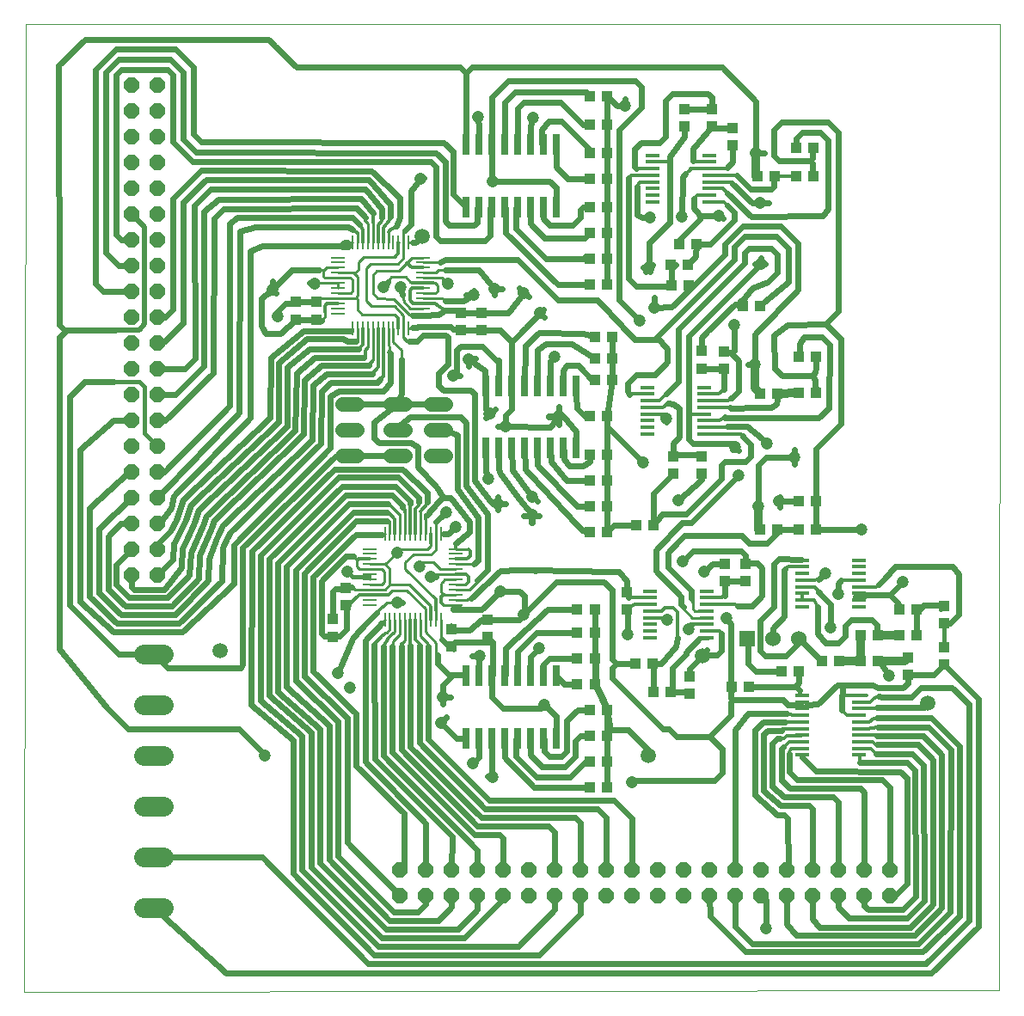
<source format=gtl>
G75*
%MOIN*%
%OFA0B0*%
%FSLAX24Y24*%
%IPPOS*%
%LPD*%
%AMOC8*
5,1,8,0,0,1.08239X$1,22.5*
%
%ADD10C,0.0000*%
%ADD11R,0.0580X0.0110*%
%ADD12R,0.0110X0.0580*%
%ADD13R,0.0580X0.0140*%
%ADD14R,0.0394X0.0433*%
%ADD15C,0.0560*%
%ADD16R,0.0433X0.0394*%
%ADD17R,0.0600X0.0600*%
%ADD18C,0.0600*%
%ADD19OC8,0.0600*%
%ADD20R,0.0260X0.0800*%
%ADD21C,0.0780*%
%ADD22C,0.0320*%
%ADD23C,0.0475*%
%ADD24C,0.0120*%
%ADD25C,0.0240*%
%ADD26C,0.0110*%
%ADD27C,0.0100*%
%ADD28C,0.0200*%
%ADD29C,0.0591*%
%ADD30C,0.0160*%
D10*
X000150Y000220D02*
X000200Y037756D01*
X037960Y037756D01*
X037940Y000270D01*
X000150Y000220D01*
D11*
X013550Y015230D03*
X013550Y015420D03*
X013550Y015620D03*
X013550Y015820D03*
X013550Y016010D03*
X013550Y016210D03*
X013550Y016410D03*
X013550Y016610D03*
X013550Y016800D03*
X013550Y017000D03*
X013550Y017200D03*
X013550Y017390D03*
X016870Y017390D03*
X016870Y017200D03*
X016870Y017000D03*
X016870Y016800D03*
X016870Y016610D03*
X016870Y016410D03*
X016870Y016210D03*
X016870Y016010D03*
X016870Y015820D03*
X016870Y015620D03*
X016870Y015420D03*
X016870Y015230D03*
X015620Y026530D03*
X015620Y026720D03*
X015620Y026920D03*
X015620Y027120D03*
X015620Y027310D03*
X015620Y027510D03*
X015620Y027710D03*
X015620Y027910D03*
X015620Y028100D03*
X015620Y028300D03*
X015620Y028500D03*
X015620Y028690D03*
X012300Y028690D03*
X012300Y028500D03*
X012300Y028300D03*
X012300Y028100D03*
X012300Y027910D03*
X012300Y027710D03*
X012300Y027510D03*
X012300Y027310D03*
X012300Y027120D03*
X012300Y026920D03*
X012300Y026720D03*
X012300Y026530D03*
D12*
X012880Y025950D03*
X013070Y025950D03*
X013270Y025950D03*
X013470Y025950D03*
X013660Y025950D03*
X013860Y025950D03*
X014060Y025950D03*
X014260Y025950D03*
X014450Y025950D03*
X014650Y025950D03*
X014850Y025950D03*
X015040Y025950D03*
X015040Y029270D03*
X014850Y029270D03*
X014650Y029270D03*
X014450Y029270D03*
X014260Y029270D03*
X014060Y029270D03*
X013860Y029270D03*
X013660Y029270D03*
X013470Y029270D03*
X013270Y029270D03*
X013070Y029270D03*
X012880Y029270D03*
X014130Y017970D03*
X014320Y017970D03*
X014520Y017970D03*
X014720Y017970D03*
X014910Y017970D03*
X015110Y017970D03*
X015310Y017970D03*
X015510Y017970D03*
X015700Y017970D03*
X015900Y017970D03*
X016100Y017970D03*
X016290Y017970D03*
X016290Y014650D03*
X016100Y014650D03*
X015900Y014650D03*
X015700Y014650D03*
X015510Y014650D03*
X015310Y014650D03*
X015110Y014650D03*
X014910Y014650D03*
X014720Y014650D03*
X014520Y014650D03*
X014320Y014650D03*
X014130Y014650D03*
D13*
X024400Y014730D03*
X024400Y014480D03*
X024400Y014220D03*
X024400Y013960D03*
X024400Y014990D03*
X024400Y015240D03*
X024400Y015500D03*
X024400Y015760D03*
X026620Y015760D03*
X026620Y015500D03*
X026620Y015240D03*
X026620Y014990D03*
X026620Y014730D03*
X026620Y014480D03*
X026620Y014220D03*
X026620Y013960D03*
X030300Y015160D03*
X030300Y015420D03*
X030300Y015680D03*
X030300Y015930D03*
X030300Y016190D03*
X030300Y016440D03*
X030300Y016700D03*
X030300Y016960D03*
X032520Y016960D03*
X032520Y016700D03*
X032520Y016440D03*
X032520Y016190D03*
X032520Y015930D03*
X032520Y015680D03*
X032520Y015420D03*
X032520Y015160D03*
X032520Y011710D03*
X032520Y011460D03*
X032520Y011200D03*
X032520Y010940D03*
X032520Y010690D03*
X032520Y010430D03*
X032520Y010180D03*
X032520Y009920D03*
X032520Y009660D03*
X032520Y009410D03*
X030300Y009410D03*
X030300Y009660D03*
X030300Y009920D03*
X030300Y010180D03*
X030300Y010430D03*
X030300Y010690D03*
X030300Y010940D03*
X030300Y011200D03*
X030300Y011460D03*
X030300Y011710D03*
X026520Y021860D03*
X026520Y022120D03*
X026520Y022380D03*
X026520Y022630D03*
X026520Y022890D03*
X026520Y023140D03*
X026520Y023400D03*
X026520Y023660D03*
X024300Y023660D03*
X024300Y023400D03*
X024300Y023140D03*
X024300Y022890D03*
X024300Y022630D03*
X024300Y022380D03*
X024300Y022120D03*
X024300Y021860D03*
X024500Y030860D03*
X024500Y031120D03*
X024500Y031380D03*
X024500Y031630D03*
X024500Y031890D03*
X024500Y032140D03*
X024500Y032400D03*
X024500Y032660D03*
X026720Y032660D03*
X026720Y032400D03*
X026720Y032140D03*
X026720Y031890D03*
X026720Y031630D03*
X026720Y031380D03*
X026720Y031120D03*
X026720Y030860D03*
D14*
X027620Y033055D03*
X027620Y033725D03*
X026800Y033765D03*
X026800Y034435D03*
X025730Y034445D03*
X025730Y033775D03*
X017860Y026545D03*
X017860Y025875D03*
X017060Y025875D03*
X017060Y026545D03*
X011460Y026295D03*
X011460Y026965D03*
X010660Y026965D03*
X010660Y026295D03*
X012600Y015875D03*
X012600Y015205D03*
X012120Y014665D03*
X012120Y013995D03*
X016710Y014295D03*
X016710Y013625D03*
X018110Y013965D03*
X018110Y014635D03*
X023510Y015045D03*
X023510Y015715D03*
X025940Y012435D03*
X025940Y011765D03*
X027300Y016155D03*
X027300Y016825D03*
X028110Y016825D03*
X028110Y016155D03*
X026410Y020325D03*
X026410Y020995D03*
X025310Y020995D03*
X025310Y020325D03*
X026400Y024395D03*
X026400Y025065D03*
X027270Y025035D03*
X027270Y024365D03*
X035810Y015195D03*
X035810Y014525D03*
X035810Y013595D03*
X035810Y012925D03*
X034410Y013195D03*
X034410Y012525D03*
D15*
X016460Y021010D02*
X015900Y021010D01*
X015900Y022010D02*
X016460Y022010D01*
X016460Y023010D02*
X015900Y023010D01*
X014900Y023010D02*
X014340Y023010D01*
X014340Y022010D02*
X014900Y022010D01*
X014900Y021010D02*
X014340Y021010D01*
X013040Y021010D02*
X012480Y021010D01*
X012480Y022010D02*
X013040Y022010D01*
X013040Y023010D02*
X012480Y023010D01*
D16*
X021585Y015040D03*
X022255Y015040D03*
X022255Y014160D03*
X021585Y014160D03*
X021585Y013160D03*
X022255Y013160D03*
X022255Y012160D03*
X021585Y012160D03*
X022075Y011160D03*
X022745Y011160D03*
X022745Y010160D03*
X022075Y010160D03*
X022075Y009160D03*
X022745Y009160D03*
X022745Y008160D03*
X022075Y008160D03*
X024525Y011840D03*
X025195Y011840D03*
X024505Y012940D03*
X023835Y012940D03*
X027575Y012060D03*
X028245Y012060D03*
X029515Y012650D03*
X030185Y012650D03*
X031075Y013060D03*
X031745Y013060D03*
X032575Y013060D03*
X033245Y013060D03*
X033245Y014060D03*
X032575Y014060D03*
X034075Y014060D03*
X034745Y014060D03*
X034745Y015060D03*
X034075Y015060D03*
X030845Y018160D03*
X030175Y018160D03*
X029345Y018160D03*
X028675Y018160D03*
X030175Y019260D03*
X030845Y019260D03*
X030835Y023440D03*
X030165Y023440D03*
X029345Y023430D03*
X028675Y023430D03*
X030165Y024860D03*
X030835Y024860D03*
X028675Y026810D03*
X028005Y026810D03*
X025895Y027600D03*
X025225Y027600D03*
X025215Y028410D03*
X025885Y028410D03*
X026195Y029210D03*
X025525Y029210D03*
X022745Y029660D03*
X022075Y029660D03*
X022075Y030660D03*
X022745Y030660D03*
X022745Y031760D03*
X022075Y031760D03*
X022075Y032760D03*
X022745Y032760D03*
X022745Y033860D03*
X022075Y033860D03*
X022075Y034960D03*
X022745Y034960D03*
X028575Y031860D03*
X029245Y031860D03*
X030075Y031860D03*
X030745Y031860D03*
X030745Y032960D03*
X030075Y032960D03*
X022745Y028660D03*
X022075Y028660D03*
X022075Y027660D03*
X022745Y027660D03*
X022925Y025620D03*
X022255Y025620D03*
X022255Y024780D03*
X022925Y024780D03*
X022945Y023960D03*
X022275Y023960D03*
X022055Y022540D03*
X022725Y022540D03*
X022745Y021060D03*
X022075Y021060D03*
X022075Y020060D03*
X022745Y020060D03*
X022745Y019060D03*
X022075Y019060D03*
X022075Y018060D03*
X022745Y018060D03*
X023865Y018310D03*
X024535Y018310D03*
D17*
X028170Y013900D03*
D18*
X029170Y013900D03*
X030170Y013900D03*
D19*
X029710Y004960D03*
X028710Y004960D03*
X028710Y003960D03*
X029710Y003960D03*
X030710Y003960D03*
X031710Y003960D03*
X031710Y004960D03*
X030710Y004960D03*
X032710Y004960D03*
X032710Y003960D03*
X033710Y003960D03*
X033710Y004960D03*
X027710Y004960D03*
X027710Y003960D03*
X026710Y003960D03*
X025710Y003960D03*
X025710Y004960D03*
X026710Y004960D03*
X024710Y004960D03*
X024710Y003960D03*
X023710Y003960D03*
X022710Y003960D03*
X022710Y004960D03*
X023710Y004960D03*
X021710Y004960D03*
X020710Y004960D03*
X020710Y003960D03*
X021710Y003960D03*
X019710Y003960D03*
X019710Y004960D03*
X018710Y004960D03*
X017710Y004960D03*
X017710Y003960D03*
X018710Y003960D03*
X016710Y003960D03*
X015710Y003960D03*
X015710Y004960D03*
X016710Y004960D03*
X014710Y004960D03*
X014710Y003960D03*
X005310Y016380D03*
X005310Y017380D03*
X004310Y017380D03*
X004310Y016380D03*
X004310Y018380D03*
X005310Y018380D03*
X005310Y019380D03*
X005310Y020380D03*
X004310Y020380D03*
X004310Y019380D03*
X004310Y021380D03*
X004310Y022380D03*
X005310Y022380D03*
X005310Y021380D03*
X005310Y023380D03*
X004310Y023380D03*
X004310Y024380D03*
X004310Y025380D03*
X005310Y025380D03*
X005310Y024380D03*
X005310Y026380D03*
X004310Y026380D03*
X004310Y027380D03*
X004310Y028380D03*
X005310Y028380D03*
X005310Y027380D03*
X005310Y029380D03*
X004310Y029380D03*
X004310Y030380D03*
X004310Y031380D03*
X005310Y031380D03*
X005310Y030380D03*
X005310Y032380D03*
X005310Y033380D03*
X004310Y033380D03*
X004310Y032380D03*
X004310Y034380D03*
X005310Y034380D03*
X005310Y035380D03*
X004310Y035380D03*
D20*
X017260Y033070D03*
X017760Y033070D03*
X018260Y033070D03*
X018760Y033070D03*
X019260Y033070D03*
X019760Y033070D03*
X020260Y033070D03*
X020760Y033070D03*
X020760Y030650D03*
X020260Y030650D03*
X019760Y030650D03*
X019260Y030650D03*
X018760Y030650D03*
X018260Y030650D03*
X017760Y030650D03*
X017260Y030650D03*
X018050Y023730D03*
X018550Y023730D03*
X019050Y023730D03*
X019550Y023730D03*
X020050Y023730D03*
X020550Y023730D03*
X021050Y023730D03*
X021550Y023730D03*
X021550Y021310D03*
X021050Y021310D03*
X020550Y021310D03*
X020050Y021310D03*
X019550Y021310D03*
X019050Y021310D03*
X018550Y021310D03*
X018050Y021310D03*
X018260Y012470D03*
X017760Y012470D03*
X017260Y012470D03*
X018760Y012470D03*
X019260Y012470D03*
X019760Y012470D03*
X020260Y012470D03*
X020760Y012470D03*
X020760Y010050D03*
X020260Y010050D03*
X019760Y010050D03*
X019260Y010050D03*
X018760Y010050D03*
X018260Y010050D03*
X017760Y010050D03*
X017260Y010050D03*
D21*
X005550Y009390D02*
X004770Y009390D01*
X004770Y011360D02*
X005550Y011360D01*
X005550Y013330D02*
X004770Y013330D01*
X004770Y007410D02*
X005550Y007410D01*
X005550Y005440D02*
X004770Y005440D01*
X004770Y003470D02*
X005550Y003470D01*
D22*
X028610Y018160D02*
X028610Y019060D01*
X028610Y018160D02*
X028675Y018160D01*
X032575Y014060D02*
X032575Y013060D01*
X031745Y013060D01*
X033245Y013060D02*
X034275Y013060D01*
X034410Y013195D01*
X034075Y014060D02*
X033245Y014060D01*
X030165Y023440D02*
X029345Y023430D01*
X028675Y023430D02*
X028480Y023640D01*
X028470Y024540D01*
X028510Y031860D02*
X028510Y032760D01*
X028510Y031860D02*
X028575Y031860D01*
D23*
X028670Y030800D03*
X027080Y030310D03*
X025650Y030270D03*
X024410Y030260D03*
X024380Y028310D03*
X024570Y026760D03*
X024010Y026260D03*
X020700Y024840D03*
X020150Y026540D03*
X019510Y027310D03*
X018360Y027480D03*
X017580Y027250D03*
X016560Y027680D03*
X014730Y027550D03*
X014070Y027550D03*
X011420Y027680D03*
X009960Y026410D03*
X009760Y027450D03*
X015510Y031760D03*
X017730Y034140D03*
X019870Y034110D03*
X018310Y031660D03*
X023440Y034570D03*
X028510Y032760D03*
X028690Y028460D03*
X027680Y026070D03*
X028470Y024540D03*
X028930Y021490D03*
X030010Y020960D03*
X029410Y019260D03*
X028610Y019060D03*
X027850Y020240D03*
X027710Y021360D03*
X025510Y019280D03*
X024140Y020740D03*
X025040Y022450D03*
X020870Y022540D03*
X018810Y022150D03*
X018190Y022660D03*
X016760Y024100D03*
X017360Y024760D03*
X018140Y020120D03*
X018490Y019160D03*
X019830Y019420D03*
X019830Y018700D03*
X016870Y018240D03*
X016510Y018820D03*
X015460Y016710D03*
X015910Y016330D03*
X014610Y017260D03*
X014590Y015300D03*
X012660Y016520D03*
X012290Y012580D03*
X012770Y012000D03*
X016370Y011640D03*
X016310Y010660D03*
X017550Y009080D03*
X018310Y008560D03*
X020310Y011360D03*
X020120Y013560D03*
X019510Y014860D03*
X018610Y015750D03*
X017810Y013260D03*
X023550Y014080D03*
X025060Y014660D03*
X025910Y014280D03*
X027370Y014710D03*
X026510Y016500D03*
X025670Y016930D03*
X031210Y016460D03*
X031710Y015660D03*
X031410Y014360D03*
X033660Y012480D03*
X034220Y016120D03*
X032590Y018150D03*
X023710Y008360D03*
X028900Y002670D03*
X009480Y009390D03*
D24*
X013710Y013670D02*
X014030Y014040D01*
X014270Y013950D02*
X014060Y013620D01*
X014410Y013610D02*
X014450Y013650D01*
X014760Y013610D02*
X014760Y013710D01*
X015110Y013650D02*
X015110Y014650D01*
X015310Y014650D02*
X015310Y013870D01*
X015460Y013720D01*
X015460Y013660D01*
X015900Y014650D02*
X015900Y015120D01*
X016110Y015020D02*
X016110Y015440D01*
X016320Y015540D02*
X016390Y015610D01*
X016320Y015540D02*
X016320Y015300D01*
X016400Y015230D01*
X016760Y015120D02*
X016810Y015160D01*
X016710Y014460D02*
X016710Y014295D01*
X017350Y015420D02*
X017470Y015470D01*
X017450Y015820D02*
X017710Y016080D01*
X017710Y016170D01*
X017360Y016120D02*
X017360Y016310D01*
X017260Y016410D01*
X016870Y016410D01*
X017360Y016320D02*
X017360Y016310D01*
X017360Y016120D02*
X017260Y016020D01*
X017320Y017000D02*
X016870Y017000D01*
X016860Y017400D02*
X016860Y017610D01*
X017360Y017390D02*
X017430Y017320D01*
X017430Y017110D01*
X017320Y017000D01*
X015900Y017600D02*
X015900Y017970D01*
X015710Y018550D02*
X015720Y018720D01*
X015780Y018750D01*
X015830Y018780D01*
X015510Y018840D02*
X015760Y019150D01*
X015760Y019230D01*
X015440Y019210D02*
X015440Y019090D01*
X015310Y018940D01*
X015310Y017970D01*
X015110Y017970D02*
X015110Y019150D01*
X014910Y018910D02*
X014910Y018810D01*
X014910Y018910D02*
X014790Y019030D01*
X014710Y018710D02*
X014350Y019070D01*
X014250Y019150D01*
X014270Y018810D02*
X014220Y018810D01*
X014270Y018810D02*
X014520Y018560D01*
X014520Y017970D01*
X014020Y017970D02*
X014010Y017960D01*
X014200Y018470D02*
X014320Y018450D01*
X013550Y017000D02*
X013120Y017000D01*
X012840Y015910D02*
X012980Y015820D01*
X013130Y015620D02*
X012710Y015220D01*
X013130Y015620D02*
X013550Y015620D01*
X014250Y015620D01*
X014050Y015160D02*
X013790Y014900D01*
X014450Y014100D02*
X014270Y013950D01*
X015470Y016660D02*
X015460Y016670D01*
X015460Y016710D01*
X015460Y016720D01*
X015440Y016740D01*
X015440Y016750D01*
X018055Y014660D02*
X018110Y014635D01*
X018260Y012470D02*
X018310Y012420D01*
X018710Y012520D02*
X018760Y012470D01*
X019810Y010260D02*
X019810Y010100D01*
X019760Y010050D01*
X019710Y010160D02*
X019810Y010260D01*
X020260Y010050D02*
X020310Y010000D01*
X019260Y010050D02*
X019210Y010000D01*
X018760Y010050D02*
X018710Y010000D01*
X021910Y008160D02*
X022075Y008160D01*
X025940Y011765D02*
X025940Y011770D01*
X026010Y011840D01*
X026320Y013910D02*
X026660Y013920D01*
X026620Y013960D01*
X026620Y014220D02*
X027090Y014220D01*
X027180Y014130D01*
X026620Y014480D02*
X026050Y014480D01*
X026000Y014460D01*
X026300Y014990D02*
X026620Y014990D01*
X026620Y015240D02*
X027710Y015240D01*
X027790Y015180D01*
X027220Y015500D02*
X027220Y015550D01*
X027300Y015630D01*
X027220Y015500D02*
X026620Y015500D01*
X026060Y015450D02*
X025990Y015520D01*
X026060Y015450D02*
X026060Y015300D01*
X025470Y014940D02*
X025470Y013950D01*
X025090Y014720D02*
X025030Y014700D01*
X025090Y014720D02*
X024400Y014730D01*
X024400Y014990D02*
X024870Y014990D01*
X024980Y015100D01*
X025310Y015100D01*
X025470Y014940D01*
X024400Y015240D02*
X023805Y015240D01*
X023510Y015045D01*
X023570Y015500D02*
X024400Y015500D01*
X021595Y014170D02*
X021585Y014160D01*
X022010Y021060D02*
X022075Y021060D01*
X021070Y021220D02*
X021050Y021310D01*
X021990Y022560D02*
X022055Y022540D01*
X022190Y023965D02*
X022275Y023960D01*
X023610Y023390D02*
X023730Y023400D01*
X023680Y023400D01*
X023730Y023400D02*
X024300Y023400D01*
X024300Y023140D02*
X024760Y023140D01*
X025050Y023430D01*
X025090Y023040D02*
X024900Y022890D01*
X024300Y022890D01*
X024300Y022630D02*
X024850Y022630D01*
X025020Y022510D01*
X025910Y022510D02*
X026030Y022630D01*
X026040Y022630D01*
X025910Y022760D01*
X026040Y022630D02*
X026520Y022630D01*
X026520Y022380D02*
X027110Y022390D01*
X027310Y022500D01*
X027400Y022160D02*
X027360Y022110D01*
X027180Y022120D01*
X026520Y022120D01*
X026520Y021860D02*
X027930Y021860D01*
X028020Y021770D01*
X027710Y022860D02*
X027680Y022890D01*
X026520Y022890D01*
X026520Y023140D02*
X027430Y023140D01*
X027540Y023250D01*
X027260Y023580D02*
X027080Y023400D01*
X026520Y023400D01*
X028510Y024060D02*
X028470Y024540D01*
X029345Y023430D02*
X029340Y023185D01*
X025360Y021045D02*
X025310Y020995D01*
X028606Y018229D02*
X028675Y018160D01*
X029345Y018160D02*
X029345Y017995D01*
X030280Y016990D02*
X030300Y016960D01*
X030300Y016700D02*
X029760Y016700D01*
X029640Y016610D01*
X030300Y016190D02*
X030740Y016190D01*
X030950Y016200D01*
X030820Y015930D02*
X030300Y015930D01*
X030300Y015680D02*
X030300Y015420D01*
X030780Y015410D01*
X030900Y015160D01*
X030970Y015710D02*
X030820Y015930D01*
X031810Y016190D02*
X032520Y016190D01*
X032520Y015930D02*
X033170Y015930D01*
X033270Y016000D01*
X032710Y015560D02*
X032670Y015600D01*
X032520Y015680D02*
X032520Y015420D01*
X035810Y014525D02*
X035975Y014525D01*
X033260Y011670D02*
X033090Y011620D01*
X032930Y011460D01*
X032520Y011460D01*
X032520Y011710D02*
X031930Y011710D01*
X031860Y011740D01*
X031850Y011720D02*
X032040Y011720D01*
X032520Y011710D01*
X032810Y011710D01*
X033080Y011200D02*
X032520Y011200D01*
X032510Y010950D02*
X032030Y010950D01*
X031850Y011140D01*
X032510Y010950D02*
X032520Y010940D01*
X032520Y010690D02*
X032920Y010690D01*
X033070Y010820D01*
X033210Y010840D01*
X033230Y010480D02*
X033000Y010440D01*
X032830Y010430D01*
X032520Y010430D01*
X032520Y010180D02*
X033170Y010180D01*
X033210Y010140D01*
X033030Y009920D02*
X033130Y009820D01*
X033190Y009820D01*
X033210Y009800D01*
X033030Y009920D02*
X032520Y009920D01*
X032520Y009660D02*
X032970Y009660D01*
X033170Y009460D01*
X032540Y009330D02*
X032550Y009120D01*
X032540Y009330D02*
X032520Y009410D01*
X033080Y011200D02*
X033220Y011250D01*
X030310Y011460D02*
X030300Y011460D01*
X030210Y011460D01*
X030170Y011360D01*
X030300Y011450D02*
X030300Y011200D01*
X030300Y011450D02*
X030310Y011460D01*
X030300Y011710D02*
X030200Y011810D01*
X030200Y011920D01*
X029720Y011030D02*
X029930Y010940D01*
X030300Y010940D01*
X030300Y010690D02*
X029650Y010690D01*
X029550Y010430D02*
X029510Y010360D01*
X029550Y010430D02*
X030300Y010430D01*
X030300Y010180D02*
X030280Y010160D01*
X029720Y010160D01*
X029600Y010040D01*
X029450Y010040D01*
X029560Y009730D02*
X029610Y009730D01*
X029810Y009910D01*
X030290Y009910D01*
X030300Y009920D01*
X030300Y009660D02*
X029870Y009660D01*
X029810Y009500D01*
X029810Y009460D01*
X030300Y009410D02*
X030310Y009400D01*
X030300Y009330D01*
X020550Y023730D02*
X020510Y023980D01*
X017060Y026545D02*
X016955Y026670D01*
X016430Y026650D02*
X016080Y026920D01*
X015620Y026920D01*
X015210Y026920D01*
X015100Y027040D01*
X015100Y027430D01*
X015180Y027510D01*
X015620Y027510D01*
X015620Y027710D02*
X015170Y027710D01*
X015620Y027710D02*
X016010Y027710D01*
X015620Y028300D02*
X015170Y028300D01*
X014975Y028495D01*
X014650Y028840D02*
X014550Y028740D01*
X014650Y028840D02*
X014650Y029270D01*
X014260Y029690D02*
X014350Y029780D01*
X014510Y029860D01*
X014560Y029910D01*
X014310Y030150D02*
X014350Y030280D01*
X014310Y030150D02*
X014060Y029860D01*
X014060Y029270D01*
X013860Y029270D02*
X013860Y029940D01*
X014010Y030110D01*
X014010Y030410D01*
X014020Y030240D01*
X013680Y030410D02*
X013660Y030430D01*
X013680Y030410D02*
X013680Y030040D01*
X013370Y030130D02*
X013370Y030240D01*
X013140Y029980D02*
X013270Y029770D01*
X013270Y029270D01*
X013070Y029630D02*
X013060Y029660D01*
X012860Y029780D01*
X012720Y029110D02*
X012710Y029110D01*
X011570Y027110D02*
X011470Y027080D01*
X011460Y026965D02*
X011485Y026920D01*
X011810Y026830D02*
X011880Y026920D01*
X012300Y026920D01*
X011810Y026830D02*
X011810Y026570D01*
X011560Y026310D02*
X011525Y026275D01*
X011460Y026295D01*
X010625Y026910D02*
X010460Y026910D01*
X012770Y025850D02*
X012810Y025860D01*
X013010Y025460D02*
X013070Y025470D01*
X013270Y025320D02*
X013090Y025140D01*
X013270Y025320D02*
X013270Y025950D01*
X013860Y025950D02*
X013860Y024460D01*
X013630Y024170D01*
X013510Y024500D02*
X013660Y024710D01*
X013360Y024860D02*
X013360Y025090D01*
X013460Y025200D01*
X013360Y024860D02*
X013310Y024820D01*
X014060Y024090D02*
X013950Y023980D01*
X014060Y024090D02*
X014060Y025950D01*
X014650Y025950D02*
X014650Y026340D01*
X014860Y025590D02*
X014860Y025570D01*
X014970Y025460D01*
X015060Y025460D01*
X014300Y025070D02*
X014260Y025030D01*
X014330Y024980D01*
X017710Y030600D02*
X017760Y030650D01*
X018760Y030650D02*
X018810Y030600D01*
X020760Y030650D02*
X020810Y030700D01*
X021910Y030660D02*
X022075Y030660D01*
X023580Y031790D02*
X023680Y031890D01*
X024500Y031890D01*
X024500Y032140D02*
X023880Y032140D01*
X023860Y032160D01*
X024010Y031630D02*
X023920Y031450D01*
X024010Y031630D02*
X024500Y031630D01*
X024500Y032400D02*
X024970Y032400D01*
X025110Y032410D01*
X025160Y032630D01*
X025780Y031950D02*
X025970Y032090D01*
X025970Y032140D01*
X026720Y032140D01*
X027360Y032140D01*
X027400Y032180D01*
X027570Y031880D02*
X027770Y031880D01*
X027570Y031880D02*
X026720Y031890D01*
X026720Y031630D02*
X027540Y031630D01*
X027556Y031628D01*
X027570Y031623D01*
X027584Y031615D01*
X027595Y031604D01*
X027603Y031590D01*
X027608Y031576D01*
X027610Y031560D01*
X027230Y031380D02*
X026720Y031380D01*
X026530Y031380D01*
X026720Y031120D02*
X026250Y031120D01*
X026110Y030980D01*
X026720Y030860D02*
X027270Y030860D01*
X027400Y030730D01*
X027420Y031180D02*
X027230Y031380D01*
X026720Y032400D02*
X026120Y032400D01*
X026070Y032450D01*
X028510Y032060D02*
X028510Y031860D01*
X029245Y031860D02*
X030075Y031860D01*
X030710Y032925D02*
X030745Y032960D01*
X022075Y032760D02*
X022010Y032660D01*
X022010Y032860D01*
X020310Y033120D02*
X020260Y033070D01*
X017770Y033160D02*
X017760Y033070D01*
X021975Y028760D02*
X022075Y028660D01*
X005410Y017380D02*
X005310Y017380D01*
D25*
X005310Y017580D01*
X005810Y018080D01*
X006030Y018530D01*
X006310Y019310D01*
X009670Y022480D01*
X009690Y024830D01*
X010960Y025860D01*
X012810Y025860D01*
X012660Y025460D02*
X012490Y025540D01*
X011110Y025540D01*
X010010Y024620D01*
X009990Y022310D01*
X006610Y019130D01*
X006390Y018510D01*
X005970Y017640D01*
X005930Y017620D01*
X005910Y016980D01*
X005310Y016380D01*
X005560Y015830D02*
X004410Y015830D01*
X004310Y015930D01*
X004310Y016380D01*
X003710Y016030D02*
X003710Y016780D01*
X004310Y017380D01*
X004310Y018380D02*
X003860Y018380D01*
X003390Y017870D01*
X003390Y015820D01*
X004060Y015170D01*
X005860Y015170D01*
X006890Y016260D01*
X006950Y017140D01*
X007390Y018200D01*
X007490Y018500D01*
X010970Y021840D01*
X011010Y023960D01*
X011660Y024500D01*
X013510Y024500D01*
X013630Y024170D02*
X011880Y024170D01*
X011330Y023760D01*
X011290Y021630D01*
X007850Y018330D01*
X007610Y017800D01*
X007310Y017020D01*
X007270Y016170D01*
X006010Y014850D01*
X003910Y014850D01*
X003030Y015690D01*
X003030Y018180D01*
X004310Y019380D01*
X004310Y020380D02*
X004210Y020380D01*
X002670Y018980D01*
X002670Y015550D01*
X003750Y014510D01*
X006130Y014510D01*
X007810Y016160D01*
X007850Y017440D01*
X007990Y017800D01*
X008130Y018050D01*
X011630Y021470D01*
X011670Y023510D01*
X012030Y023850D01*
X013830Y023850D01*
X013830Y023860D01*
X013950Y023980D01*
X014330Y023860D02*
X014330Y024980D01*
X014760Y024760D02*
X014760Y023410D01*
X014620Y023010D01*
X013710Y022330D01*
X013710Y021690D01*
X013910Y021510D01*
X015130Y021510D01*
X015400Y021340D01*
X015400Y020760D01*
X015410Y020590D01*
X016130Y019770D01*
X016370Y019410D01*
X016350Y019380D01*
X016660Y019390D01*
X017410Y018460D01*
X017410Y018040D01*
X016860Y017610D01*
X016560Y017990D02*
X016870Y018240D01*
X016940Y018270D01*
X016560Y017990D02*
X016420Y017990D01*
X016100Y018440D02*
X016470Y018800D01*
X016310Y018660D01*
X016350Y018660D01*
X016510Y018820D01*
X016480Y018820D01*
X016420Y018760D01*
X015850Y018800D02*
X015830Y018780D01*
X015780Y018730D01*
X015850Y018800D02*
X016350Y019380D01*
X015760Y019230D02*
X015760Y019570D01*
X014820Y020490D01*
X012170Y020490D01*
X008970Y017330D01*
X008950Y011360D01*
X010560Y009970D01*
X010560Y004810D01*
X013710Y001660D01*
X020110Y001660D01*
X021710Y003260D01*
X021710Y003960D01*
X020710Y003960D02*
X020710Y003410D01*
X019310Y001990D01*
X013860Y001990D01*
X010910Y004940D01*
X010910Y010140D01*
X009300Y011510D01*
X009300Y017160D01*
X012330Y020170D01*
X014640Y020170D01*
X015440Y019390D01*
X015440Y019210D01*
X015110Y019250D02*
X014530Y019830D01*
X012460Y019830D01*
X009640Y017010D01*
X009640Y011710D01*
X011260Y010270D01*
X011260Y005060D01*
X014010Y002310D01*
X017210Y002310D01*
X018710Y003810D01*
X018710Y003960D01*
X017710Y003960D02*
X017710Y003410D01*
X016960Y002660D01*
X014160Y002660D01*
X011610Y005210D01*
X011610Y010410D01*
X009980Y011860D01*
X009980Y016860D01*
X012610Y019490D01*
X014410Y019490D01*
X014790Y019090D01*
X014790Y019030D01*
X015110Y019150D02*
X015110Y019250D01*
X014250Y019150D02*
X012730Y019150D01*
X010320Y016720D01*
X010320Y012060D01*
X011960Y010560D01*
X011960Y005360D01*
X014310Y002990D01*
X016210Y002990D01*
X016710Y003510D01*
X016710Y003960D01*
X015710Y003960D02*
X015710Y003610D01*
X015410Y003310D01*
X014460Y003310D01*
X012310Y005480D01*
X012310Y010710D01*
X010660Y012280D01*
X010660Y016580D01*
X012890Y018810D01*
X014220Y018810D01*
X014200Y018470D02*
X013010Y018470D01*
X011000Y016440D01*
X011000Y012460D01*
X012660Y010860D01*
X012660Y006010D01*
X014710Y003960D01*
X014710Y004960D02*
X014860Y005110D01*
X014860Y007140D01*
X013010Y008990D01*
X013010Y011010D01*
X011340Y012660D01*
X011340Y016300D01*
X013000Y017960D01*
X014010Y017960D01*
X014610Y017260D02*
X014590Y017240D01*
X015460Y016710D02*
X015540Y016760D01*
X015910Y016330D02*
X016090Y016330D01*
X017560Y016800D02*
X017740Y016960D01*
X017740Y018610D01*
X016950Y019700D01*
X016950Y021830D01*
X016430Y022030D01*
X016180Y022010D01*
X017070Y022510D02*
X017270Y022290D01*
X017270Y019850D01*
X018100Y018760D01*
X018100Y016580D01*
X017710Y016170D01*
X017470Y015470D02*
X018620Y016560D01*
X019280Y016570D01*
X019880Y016570D01*
X022920Y016530D01*
X022900Y016520D01*
X023190Y016520D01*
X023520Y016160D01*
X023510Y015715D01*
X023515Y015750D01*
X023570Y015500D01*
X023480Y015670D02*
X023510Y015715D01*
X022930Y015810D02*
X022930Y013110D01*
X023100Y012940D01*
X022930Y012770D01*
X022930Y012390D01*
X024890Y010430D01*
X025140Y010430D01*
X025440Y010130D01*
X026720Y010130D01*
X027190Y009660D01*
X027190Y008700D01*
X026900Y008410D01*
X023760Y008410D01*
X023710Y008360D01*
X022745Y008160D02*
X022745Y009160D01*
X022745Y010160D01*
X022745Y011160D01*
X022255Y012160D01*
X022255Y013160D01*
X022255Y014160D01*
X022290Y012160D01*
X022690Y011330D01*
X022860Y010380D01*
X023570Y010390D01*
X024380Y009560D01*
X024340Y009380D01*
X023010Y007660D02*
X018160Y007660D01*
X015810Y010010D01*
X015810Y013610D01*
X015460Y013660D02*
X015460Y009870D01*
X018010Y007320D01*
X022360Y007320D01*
X022710Y006970D01*
X022710Y004960D01*
X023710Y004960D02*
X023710Y006960D01*
X023010Y007660D01*
X021910Y008160D02*
X019910Y008160D01*
X018760Y009310D01*
X018760Y010050D01*
X019210Y010000D02*
X019210Y009360D01*
X020010Y008560D01*
X021310Y008560D01*
X021910Y009160D01*
X022075Y009160D01*
X021510Y009360D02*
X021110Y008960D01*
X020210Y008960D01*
X019760Y009410D01*
X019760Y010050D01*
X020310Y010000D02*
X020310Y009560D01*
X020510Y009360D01*
X020970Y009360D01*
X021170Y009560D01*
X021170Y010760D01*
X021610Y011160D01*
X022075Y011160D01*
X022075Y010160D02*
X021710Y010160D01*
X021510Y009960D01*
X021510Y009360D01*
X020760Y010050D02*
X020760Y010910D01*
X020310Y011360D01*
X020160Y011210D01*
X018710Y011210D01*
X018260Y011660D01*
X018260Y012470D01*
X018310Y012520D01*
X018310Y013765D01*
X016850Y013765D01*
X016710Y013625D01*
X016615Y013625D01*
X016350Y013890D01*
X016745Y014260D02*
X016710Y014295D01*
X016745Y014260D02*
X017410Y014260D01*
X017870Y014640D01*
X018055Y014660D01*
X018110Y014635D02*
X019325Y014635D01*
X019510Y014860D01*
X019530Y014880D01*
X019530Y015570D01*
X019350Y015750D01*
X018610Y015750D01*
X017860Y015040D01*
X016760Y015060D01*
X016810Y015160D01*
X018110Y013965D02*
X018310Y013765D01*
X018810Y013560D02*
X018810Y012520D01*
X018760Y012470D01*
X019260Y012470D02*
X019260Y013410D01*
X020010Y014160D01*
X021585Y014160D01*
X022255Y014160D02*
X022255Y015040D01*
X021585Y015040D02*
X020450Y015040D01*
X018810Y013560D01*
X018260Y012745D02*
X018260Y012470D01*
X017760Y012470D02*
X017760Y013210D01*
X017810Y013260D01*
X017800Y013250D01*
X017510Y013250D01*
X017510Y013260D01*
X017220Y012510D02*
X016780Y012510D01*
X016610Y012510D01*
X016170Y012950D01*
X016170Y013120D01*
X016170Y013270D01*
X016780Y012510D02*
X016370Y012100D01*
X016370Y011640D01*
X016370Y011380D01*
X016370Y011640D02*
X016660Y011640D01*
X016510Y010870D02*
X016310Y010670D01*
X016310Y010660D01*
X016510Y010860D01*
X016510Y010870D01*
X016310Y010660D02*
X016920Y010050D01*
X017260Y010050D01*
X017760Y010050D02*
X017760Y009310D01*
X017550Y009080D01*
X017570Y009060D01*
X017570Y009030D01*
X018120Y008589D02*
X018120Y008588D01*
X018130Y008588D01*
X018140Y008588D01*
X018140Y008588D01*
X018130Y008588D02*
X018168Y008550D01*
X018320Y008550D01*
X018310Y008560D01*
X018310Y008565D01*
X018290Y008585D01*
X018310Y008560D02*
X018260Y008610D01*
X018260Y010050D01*
X018320Y008550D02*
X018320Y008510D01*
X017860Y006980D02*
X015110Y009730D01*
X015110Y013650D01*
X014760Y013610D02*
X014760Y009610D01*
X017710Y006660D01*
X020460Y006660D01*
X020710Y006410D01*
X020710Y004960D01*
X021710Y004960D02*
X021710Y006780D01*
X021510Y006980D01*
X017860Y006980D01*
X017590Y006320D02*
X014410Y009500D01*
X014410Y013610D01*
X014060Y013620D02*
X014060Y009380D01*
X017710Y005730D01*
X017710Y004960D01*
X018710Y004960D02*
X018710Y006180D01*
X018570Y006320D01*
X017590Y006320D01*
X016730Y006240D02*
X013730Y009240D01*
X013710Y013670D01*
X013360Y013860D02*
X013980Y014480D01*
X013980Y014500D01*
X013990Y014510D01*
X013790Y014900D02*
X013260Y014370D01*
X013260Y014360D01*
X013220Y014330D01*
X012860Y013910D01*
X012290Y012580D01*
X012360Y014000D02*
X012125Y014000D01*
X012120Y013995D01*
X012105Y014010D01*
X011760Y014010D01*
X011660Y014110D01*
X011660Y016160D01*
X012610Y017110D01*
X012910Y017110D01*
X012810Y015920D02*
X012840Y015910D01*
X012795Y015910D01*
X012600Y015875D01*
X012575Y015850D01*
X012210Y015850D01*
X012120Y015760D01*
X012120Y014665D01*
X012630Y014270D02*
X012360Y014000D01*
X012630Y014270D02*
X012630Y015190D01*
X012710Y015220D01*
X013360Y013860D02*
X013360Y009150D01*
X015710Y006750D01*
X015710Y004960D01*
X016710Y004960D02*
X016730Y006240D01*
X013480Y001320D02*
X009360Y005440D01*
X005160Y005440D01*
X005160Y003470D02*
X007960Y000960D01*
X035310Y000960D01*
X037150Y002750D01*
X037150Y011585D01*
X035810Y012925D01*
X035410Y012525D01*
X034410Y012525D01*
X034410Y012170D01*
X034200Y012010D01*
X033230Y012010D01*
X033050Y012110D01*
X031860Y012120D01*
X031860Y011740D01*
X031850Y011720D02*
X031850Y011140D01*
X030910Y011370D02*
X031660Y012120D01*
X031860Y012120D01*
X030910Y011370D02*
X030510Y011360D01*
X030460Y011310D01*
X030170Y011360D02*
X029750Y011360D01*
X029570Y011540D01*
X027630Y011540D01*
X027530Y011440D01*
X027530Y010940D01*
X026720Y010130D01*
X027710Y010380D02*
X028200Y011030D01*
X029720Y011030D01*
X029650Y010690D02*
X028790Y010690D01*
X028470Y010370D01*
X028470Y007840D01*
X029350Y007080D01*
X029620Y007080D01*
X029740Y006960D01*
X029760Y005010D01*
X029710Y004960D01*
X029710Y003960D02*
X029710Y002860D01*
X030060Y002410D01*
X034660Y002410D01*
X035720Y003470D01*
X035720Y009410D01*
X034990Y010140D01*
X033210Y010140D01*
X033210Y009800D02*
X034800Y009800D01*
X035380Y009220D01*
X035380Y003600D01*
X034510Y002730D01*
X030960Y002730D01*
X030710Y003060D01*
X030710Y003960D01*
X031710Y003960D02*
X031710Y003510D01*
X032110Y003070D01*
X034360Y003070D01*
X035040Y003750D01*
X035020Y009010D01*
X034570Y009460D01*
X033170Y009460D01*
X032550Y009120D02*
X034380Y009120D01*
X034680Y008800D01*
X034700Y003900D01*
X034210Y003410D01*
X032860Y003410D01*
X032710Y003560D01*
X032710Y003960D01*
X032710Y004960D02*
X032710Y007950D01*
X032560Y008100D01*
X029830Y008100D01*
X029490Y008420D01*
X029490Y009660D01*
X029560Y009730D01*
X029450Y010040D02*
X029350Y010040D01*
X029150Y009840D01*
X029150Y008180D01*
X029610Y007780D01*
X031510Y007780D01*
X031710Y007580D01*
X031710Y004960D01*
X030710Y004960D02*
X030710Y007310D01*
X030560Y007460D01*
X029460Y007460D01*
X028810Y008010D01*
X028810Y010200D01*
X028970Y010360D01*
X029510Y010360D01*
X029810Y009460D02*
X029810Y008740D01*
X030110Y008440D01*
X033410Y008440D01*
X033710Y008140D01*
X033710Y004960D01*
X034360Y004410D02*
X034360Y008530D01*
X034110Y008760D01*
X030850Y008770D01*
X030300Y009330D01*
X030200Y011920D02*
X030060Y012060D01*
X030030Y012060D01*
X030180Y012210D01*
X030180Y012645D01*
X030185Y012650D01*
X029515Y012650D02*
X028490Y012650D01*
X028190Y012950D01*
X028190Y013880D01*
X028170Y013900D01*
X028670Y013450D02*
X028670Y014620D01*
X029200Y015150D01*
X029200Y016830D01*
X029360Y016980D01*
X029390Y017000D01*
X030280Y016990D01*
X029640Y016610D02*
X029610Y016580D01*
X029610Y014770D01*
X029170Y014330D01*
X029170Y013900D01*
X028670Y013450D02*
X028870Y013250D01*
X029660Y013250D01*
X030160Y013750D01*
X030170Y013900D01*
X031075Y013060D01*
X031210Y013760D02*
X031710Y013760D01*
X031960Y014010D01*
X031960Y014410D01*
X032210Y014660D01*
X033010Y014660D01*
X033210Y014460D01*
X033210Y014095D01*
X033245Y014060D01*
X033245Y013060D02*
X033410Y012895D01*
X033660Y012480D01*
X033410Y011660D02*
X033260Y011670D01*
X033410Y011660D02*
X034540Y011660D01*
X034900Y012020D01*
X036120Y012020D01*
X036770Y011370D01*
X036770Y002990D01*
X035190Y001410D01*
X035180Y001410D01*
X035090Y001320D01*
X013480Y001320D01*
X009500Y009380D02*
X008480Y010400D01*
X004200Y010400D01*
X004170Y010430D01*
X003350Y011240D01*
X001490Y013500D01*
X001490Y025620D01*
X001790Y025880D01*
X001730Y025850D01*
X001490Y026090D01*
X001470Y036140D01*
X002500Y037160D01*
X009610Y037160D01*
X009810Y036980D01*
X009810Y036960D01*
X010700Y036070D01*
X017030Y036070D01*
X017260Y035840D01*
X017490Y036070D01*
X027200Y036070D01*
X028510Y034760D01*
X028510Y032760D01*
X028510Y033000D01*
X028520Y032730D01*
X028530Y032740D02*
X028510Y032760D01*
X028530Y032740D02*
X028830Y032740D01*
X029210Y032660D02*
X029410Y032460D01*
X030610Y032460D01*
X030710Y032360D01*
X030710Y031895D01*
X030745Y031860D01*
X030610Y032460D02*
X030710Y032560D01*
X030710Y032925D01*
X031310Y033260D02*
X031310Y030570D01*
X031110Y030300D01*
X028340Y030290D01*
X027420Y031180D01*
X027610Y031560D02*
X028370Y030800D01*
X028670Y030800D01*
X029000Y030800D01*
X028680Y030830D02*
X028670Y030840D01*
X028680Y030830D02*
X028670Y030800D01*
X028310Y031360D02*
X029110Y031360D01*
X029210Y031460D01*
X029210Y031825D01*
X029245Y031860D01*
X029210Y032660D02*
X029210Y033660D01*
X029510Y033960D01*
X031310Y033960D01*
X031710Y033560D01*
X031700Y026600D01*
X031200Y026100D01*
X031810Y025540D01*
X031810Y022260D01*
X030845Y021295D01*
X030845Y019260D01*
X030845Y018160D01*
X031910Y018160D01*
X031920Y018150D01*
X032590Y018150D01*
X033890Y016730D02*
X033500Y016260D01*
X033270Y016000D01*
X033680Y015600D02*
X033700Y015600D01*
X034220Y016120D01*
X033710Y015610D02*
X032410Y015610D01*
X032360Y015560D01*
X032710Y015560D01*
X031810Y016190D02*
X031710Y016050D01*
X031710Y015660D01*
X031410Y015260D02*
X031410Y014360D01*
X030890Y014110D02*
X031210Y013760D01*
X030890Y014110D02*
X030900Y015150D01*
X030900Y015160D01*
X031410Y015260D02*
X030940Y015730D01*
X030970Y015710D01*
X030950Y016200D02*
X031210Y016460D01*
X031210Y016450D01*
X031220Y016440D01*
X030175Y018160D02*
X029345Y018160D01*
X029310Y018125D01*
X029310Y017980D01*
X028940Y017630D01*
X028250Y017630D01*
X027970Y017910D01*
X025730Y017910D01*
X025480Y017660D01*
X025100Y017260D01*
X025100Y016670D01*
X025990Y015780D01*
X025990Y015520D01*
X025990Y015490D01*
X025620Y015560D02*
X025620Y015250D01*
X025710Y015160D01*
X025620Y015560D02*
X024630Y016550D01*
X024650Y017360D01*
X025650Y018400D01*
X026010Y018400D01*
X027850Y020240D01*
X028110Y020790D02*
X027290Y020790D01*
X027160Y020660D01*
X027160Y020112D01*
X025799Y018752D01*
X024865Y018760D01*
X024535Y018310D01*
X024535Y019550D01*
X025310Y020325D01*
X025310Y020995D02*
X025310Y021490D01*
X025540Y021760D01*
X025540Y022860D01*
X025300Y023030D01*
X025090Y023040D01*
X025050Y023430D02*
X025490Y023870D01*
X025490Y025910D01*
X028060Y028490D01*
X028060Y028890D01*
X028240Y029060D01*
X029110Y029060D01*
X029340Y028830D01*
X029330Y028110D01*
X028970Y027750D01*
X028380Y027530D01*
X027960Y027010D01*
X027910Y027015D01*
X028005Y026810D01*
X027705Y026890D01*
X026620Y025830D01*
X026400Y025590D01*
X026400Y025065D01*
X025890Y025660D02*
X028690Y028460D01*
X028700Y028440D02*
X028880Y028440D01*
X028700Y028440D02*
X028700Y028670D01*
X028700Y028440D02*
X028470Y028440D01*
X028680Y028350D02*
X028700Y028440D01*
X027670Y028630D02*
X027670Y029100D01*
X028080Y029510D01*
X029300Y029510D01*
X029760Y029050D01*
X029760Y027760D01*
X028825Y026965D01*
X028675Y026810D01*
X027680Y026070D02*
X027680Y025070D01*
X027575Y024965D01*
X027510Y025030D01*
X027175Y025030D01*
X027270Y025035D01*
X027575Y024965D02*
X027850Y024690D01*
X027850Y023520D01*
X027580Y023250D01*
X027540Y023250D01*
X027520Y022870D02*
X027530Y022860D01*
X027710Y022860D01*
X027820Y022860D01*
X028310Y022870D01*
X029100Y022870D01*
X029320Y023010D01*
X029340Y023185D01*
X029530Y024110D02*
X030690Y024110D01*
X030810Y023950D01*
X030850Y023425D01*
X030835Y023440D01*
X031350Y022840D02*
X031380Y025330D01*
X031070Y025600D01*
X030370Y025600D01*
X030210Y025360D01*
X030220Y024855D01*
X030165Y024860D01*
X030835Y024860D02*
X030840Y024425D01*
X030810Y024260D01*
X030690Y024110D01*
X029530Y024110D02*
X029230Y024370D01*
X029220Y025690D01*
X029740Y026090D01*
X031200Y026100D01*
X030140Y027460D02*
X028470Y025720D01*
X028470Y024540D01*
X028200Y024540D01*
X028470Y024530D02*
X028470Y024540D01*
X027270Y024365D02*
X027260Y024275D01*
X027260Y023580D01*
X027270Y024365D02*
X027140Y024395D01*
X026400Y024395D01*
X025890Y025660D02*
X025909Y022920D01*
X025910Y022919D01*
X025910Y021660D01*
X026080Y021470D01*
X027600Y021470D01*
X027710Y021360D01*
X027840Y021230D01*
X027710Y021360D02*
X027610Y021260D01*
X028020Y021760D02*
X028320Y021460D01*
X028300Y021060D01*
X028300Y020980D01*
X028110Y020790D01*
X028610Y020660D02*
X028610Y019060D01*
X029430Y019010D02*
X029430Y019000D01*
X029430Y019010D02*
X029410Y019260D01*
X029410Y019390D01*
X029430Y019410D01*
X029410Y019260D02*
X030175Y019260D01*
X030010Y020680D02*
X030010Y020960D01*
X028910Y020960D01*
X028610Y020660D01*
X028930Y021490D02*
X028735Y021675D01*
X028180Y022160D01*
X027400Y022160D01*
X027300Y022490D02*
X030950Y022490D01*
X031350Y022840D01*
X030020Y021250D02*
X030020Y020960D01*
X028020Y021760D02*
X028020Y021770D01*
X027310Y022500D02*
X027300Y022490D01*
X025910Y022760D02*
X025909Y022920D01*
X025020Y022510D02*
X024900Y022570D01*
X025040Y022450D01*
X025040Y022300D01*
X025040Y022450D02*
X025020Y022470D01*
X025360Y021045D02*
X026260Y021045D01*
X026410Y020995D01*
X026410Y020325D02*
X026410Y020080D01*
X025510Y019280D01*
X023865Y018310D02*
X022995Y018310D01*
X022745Y018060D01*
X022745Y019060D01*
X022745Y020060D01*
X022745Y021060D01*
X022725Y022540D01*
X022725Y022155D01*
X024140Y020740D01*
X022725Y022540D02*
X022945Y023960D01*
X022925Y024780D01*
X022925Y025620D01*
X022255Y025620D02*
X022205Y025645D01*
X021820Y025760D01*
X020100Y025770D01*
X019560Y025290D01*
X019550Y023730D01*
X020050Y023730D02*
X020050Y025110D01*
X020370Y025350D01*
X021385Y025360D01*
X022255Y024780D01*
X021810Y024320D02*
X021990Y024120D01*
X022090Y023980D01*
X022275Y023960D01*
X021810Y024320D02*
X021650Y024520D01*
X021170Y024520D01*
X021050Y024300D01*
X021050Y023730D01*
X020550Y023730D02*
X020550Y024690D01*
X020700Y024840D01*
X021550Y023730D02*
X021550Y023360D01*
X021560Y022840D01*
X021890Y022500D01*
X021990Y022560D01*
X021550Y021940D02*
X021550Y021310D01*
X021070Y021220D02*
X021070Y020880D01*
X021270Y020620D01*
X021790Y020620D01*
X022070Y020780D01*
X022075Y021060D01*
X021550Y021940D02*
X021030Y022550D01*
X020870Y022540D01*
X020480Y022540D01*
X020470Y022530D01*
X020860Y022530D01*
X020880Y022550D01*
X020880Y022540D01*
X020860Y022520D01*
X020860Y022210D01*
X020870Y022540D02*
X020840Y022560D01*
X020880Y022550D01*
X020880Y022920D01*
X020880Y022550D02*
X020530Y022120D01*
X018810Y022150D01*
X018510Y022150D01*
X018830Y022160D01*
X018810Y022150D02*
X018810Y022570D01*
X019050Y022800D01*
X019050Y023730D01*
X019050Y025430D01*
X018605Y025875D01*
X017860Y025875D01*
X017060Y025875D01*
X017025Y025910D01*
X016770Y025910D01*
X016660Y026020D01*
X015410Y026020D01*
X015360Y025970D01*
X015190Y025970D01*
X015220Y026450D02*
X015210Y026460D01*
X015620Y026460D01*
X016210Y026470D01*
X016390Y026620D01*
X016430Y026650D01*
X016945Y026650D01*
X017060Y026545D01*
X017860Y026545D01*
X018915Y026555D01*
X019510Y027310D01*
X019330Y027500D01*
X019510Y027310D02*
X019710Y027170D01*
X020030Y026630D02*
X020150Y026540D01*
X020270Y026680D01*
X020150Y026540D02*
X020300Y026390D01*
X020150Y026540D02*
X020050Y026450D01*
X019570Y025960D01*
X019450Y025840D01*
X019450Y025830D01*
X019050Y025430D01*
X018550Y024730D02*
X018450Y024730D01*
X017920Y025260D01*
X017060Y025260D01*
X016910Y025110D01*
X016910Y024290D01*
X016760Y024100D01*
X017030Y024110D01*
X017360Y024470D02*
X017360Y024760D01*
X018010Y024310D01*
X018050Y023730D01*
X018050Y022800D01*
X018190Y022660D01*
X018190Y022660D01*
X018214Y022635D01*
X018209Y022631D01*
X018050Y022480D01*
X018040Y022640D02*
X018240Y022640D01*
X018420Y022820D01*
X018410Y022820D01*
X018209Y022631D01*
X018214Y022635D02*
X018214Y022635D01*
X017600Y023430D02*
X017440Y023560D01*
X016410Y023560D01*
X016210Y023710D01*
X016210Y024210D01*
X016560Y024560D01*
X016560Y025610D01*
X016460Y025670D01*
X015610Y025670D01*
X015360Y025460D01*
X015060Y025460D01*
X014810Y027240D02*
X014730Y027550D01*
X014250Y027750D02*
X014070Y027550D01*
X012720Y029110D02*
X012720Y029240D01*
X012670Y029290D01*
X012570Y029290D01*
X012520Y029240D01*
X012560Y029110D02*
X012710Y029110D01*
X012560Y029110D02*
X012310Y029160D01*
X009370Y029160D01*
X008890Y028960D01*
X008890Y022470D01*
X005930Y019440D01*
X005850Y018980D01*
X005350Y018330D01*
X005310Y018380D01*
X005310Y019380D02*
X008480Y022670D01*
X008500Y029700D01*
X009090Y029870D01*
X012690Y029870D01*
X012860Y029780D01*
X013140Y029980D02*
X012860Y030250D01*
X008400Y030260D01*
X008100Y030030D01*
X008100Y022960D01*
X005560Y020380D01*
X005310Y020380D01*
X005310Y022380D02*
X005620Y022380D01*
X007460Y024220D01*
X007510Y030220D01*
X007870Y030580D01*
X013040Y030600D01*
X013370Y030240D01*
X013660Y030430D02*
X013200Y030970D01*
X007660Y030950D01*
X007110Y030480D01*
X007110Y024480D01*
X006010Y023380D01*
X005310Y023380D01*
X005310Y024380D02*
X006360Y024380D01*
X006760Y024780D01*
X006740Y030720D01*
X007380Y031360D01*
X013380Y031340D01*
X014000Y030580D01*
X014020Y030240D01*
X014350Y030280D02*
X014350Y030760D01*
X013510Y031700D01*
X007210Y031720D01*
X006310Y030840D01*
X006310Y026140D01*
X005510Y025380D01*
X005310Y025380D01*
X005310Y026380D02*
X005610Y026380D01*
X005910Y026680D01*
X005910Y030980D01*
X007010Y032080D01*
X013610Y032060D01*
X014710Y031010D01*
X014710Y030260D01*
X014560Y029910D01*
X014910Y029760D02*
X015130Y029980D01*
X015130Y031280D01*
X015510Y031760D01*
X015510Y031770D01*
X015510Y031760D02*
X015540Y031790D01*
X015630Y031780D01*
X016110Y032210D02*
X015910Y032410D01*
X006660Y032430D01*
X005910Y033180D01*
X005910Y035780D01*
X005710Y035980D01*
X003910Y035980D01*
X003710Y035780D01*
X003710Y029580D01*
X003910Y029380D01*
X004310Y029380D01*
X004310Y028380D02*
X003810Y028380D01*
X003310Y028880D01*
X003310Y035880D01*
X003810Y036380D01*
X005810Y036380D01*
X006310Y035880D01*
X006310Y033280D01*
X006810Y032780D01*
X016110Y032760D01*
X016460Y032410D01*
X016460Y030110D01*
X016610Y029960D01*
X017560Y029960D01*
X017710Y030060D01*
X017710Y030600D01*
X017260Y030650D02*
X016780Y031150D01*
X016780Y032810D01*
X016410Y033160D01*
X007010Y033180D01*
X006710Y033480D01*
X006710Y036080D01*
X006010Y036780D01*
X003710Y036780D01*
X002910Y035980D01*
X002910Y027680D01*
X003210Y027380D01*
X004310Y027380D01*
X003660Y025880D02*
X001790Y025880D01*
X002480Y023870D02*
X002155Y023545D01*
X001950Y023340D01*
X001920Y023310D01*
X001920Y015210D01*
X003800Y013330D01*
X005160Y013330D01*
X005710Y012780D01*
X008530Y012780D01*
X008590Y012900D01*
X008610Y017440D01*
X012190Y020990D01*
X012760Y021010D01*
X014620Y021010D01*
X014620Y022010D02*
X014610Y022110D01*
X015110Y022510D01*
X017070Y022510D01*
X016180Y023010D02*
X014620Y023010D01*
X012760Y023010D01*
X012330Y023530D02*
X014080Y023530D01*
X014330Y023860D01*
X013310Y024820D02*
X011410Y024820D01*
X010690Y024210D01*
X010650Y021990D01*
X007190Y018690D01*
X007070Y018300D01*
X006590Y017240D01*
X006550Y016390D01*
X005710Y015510D01*
X004210Y015510D01*
X003710Y016030D01*
X002310Y015360D02*
X002310Y021260D01*
X003610Y022380D01*
X004310Y022380D01*
X003590Y023870D02*
X002480Y023870D01*
X006920Y018930D02*
X010330Y022160D01*
X010350Y024440D01*
X011220Y025140D01*
X013090Y025140D01*
X013010Y025460D02*
X012660Y025460D01*
X011660Y026260D02*
X011475Y026260D01*
X011460Y026295D02*
X010660Y026295D01*
X010055Y025760D01*
X009490Y025760D01*
X009330Y026060D01*
X009330Y027110D01*
X009710Y027410D01*
X009760Y027450D01*
X009900Y027310D01*
X009760Y027450D02*
X009760Y027770D01*
X009760Y027450D02*
X010490Y028230D01*
X011560Y028230D01*
X011420Y027700D02*
X011380Y027700D01*
X011430Y027680D01*
X011380Y027700D02*
X011190Y027700D01*
X011470Y027080D02*
X011550Y027080D01*
X011525Y027055D01*
X011525Y027010D01*
X011460Y026965D01*
X010660Y026965D01*
X010625Y026910D01*
X010260Y026910D01*
X009960Y026610D01*
X009960Y026410D01*
X011990Y023330D02*
X011990Y021320D01*
X008260Y017550D01*
X008260Y016050D01*
X006280Y014170D01*
X003600Y014170D01*
X002310Y015360D01*
X005560Y015830D02*
X006230Y016680D01*
X006270Y017400D01*
X006450Y017760D01*
X006750Y018410D01*
X006920Y018930D01*
X011990Y023330D02*
X012330Y023530D01*
X016460Y027010D02*
X017160Y027010D01*
X017580Y027250D01*
X017270Y027250D01*
X017580Y027260D02*
X017580Y027420D01*
X018360Y027480D02*
X017760Y028210D01*
X016460Y028210D01*
X016270Y028520D02*
X016460Y028610D01*
X019280Y028610D01*
X020830Y027060D01*
X022370Y027060D01*
X023810Y025520D01*
X024700Y025520D01*
X024665Y025615D01*
X027670Y028630D01*
X027290Y028830D02*
X027290Y029220D01*
X027990Y029930D01*
X029460Y029930D01*
X030140Y029260D01*
X030140Y027460D01*
X027290Y028830D02*
X025960Y027470D01*
X025925Y027615D01*
X025895Y027600D01*
X025960Y027470D02*
X025250Y026780D01*
X024570Y026760D01*
X024570Y027130D01*
X024560Y027140D01*
X025090Y027580D02*
X025110Y027600D01*
X025225Y027600D01*
X025250Y027625D01*
X025250Y028250D01*
X025410Y028410D01*
X025215Y028410D01*
X024520Y028430D02*
X024230Y028150D01*
X024410Y028160D02*
X024380Y028550D01*
X024380Y028310D01*
X024380Y029270D01*
X025160Y030050D01*
X025160Y032630D01*
X025730Y033380D01*
X025730Y033775D01*
X025740Y034435D02*
X025730Y034445D01*
X025740Y034435D02*
X026800Y034435D01*
X026800Y034900D01*
X026640Y035060D01*
X025260Y035060D01*
X024990Y034790D01*
X024990Y033390D01*
X024760Y033160D01*
X024060Y033160D01*
X023810Y032910D01*
X023810Y032210D01*
X023860Y032160D01*
X023580Y031790D02*
X023580Y027880D01*
X023880Y027580D01*
X025090Y027580D01*
X024380Y028310D02*
X024520Y028430D01*
X024380Y028310D02*
X024140Y028310D01*
X023210Y027060D02*
X023210Y033650D01*
X024070Y034510D01*
X024070Y035320D01*
X023830Y035560D01*
X018910Y035560D01*
X018260Y034910D01*
X018260Y033070D01*
X018260Y031710D01*
X018310Y031660D01*
X020510Y031660D01*
X020760Y031410D01*
X020760Y030650D01*
X020260Y030650D02*
X020260Y030210D01*
X020510Y029960D01*
X021410Y029960D01*
X021710Y030260D01*
X021710Y030560D01*
X021810Y030660D01*
X022075Y030660D01*
X022745Y030660D02*
X022745Y029660D01*
X022745Y028660D01*
X022745Y027660D01*
X023210Y027060D02*
X024010Y026260D01*
X024665Y025615D02*
X025060Y025160D01*
X025060Y024660D01*
X024590Y024140D01*
X023860Y024140D01*
X023550Y023800D01*
X023550Y023530D01*
X023610Y023390D01*
X020550Y021310D02*
X020570Y020790D01*
X021160Y020060D01*
X022075Y020060D01*
X022075Y019060D02*
X021570Y019060D01*
X020050Y020660D01*
X020050Y021310D01*
X019550Y021310D02*
X019570Y020490D01*
X021770Y018100D01*
X022075Y018060D01*
X022620Y016120D02*
X020770Y016120D01*
X019510Y014860D01*
X020120Y013560D02*
X019760Y013200D01*
X019760Y012470D01*
X020260Y012470D02*
X020260Y012910D01*
X020510Y013160D01*
X021585Y013160D01*
X021585Y012160D02*
X021070Y012160D01*
X020760Y012470D01*
X023100Y012940D02*
X023835Y012940D01*
X024505Y012940D02*
X024525Y012919D01*
X024525Y011840D01*
X025195Y011840D02*
X025290Y011840D01*
X025270Y011860D01*
X025270Y012770D01*
X025800Y013300D01*
X025800Y013390D01*
X026320Y013910D01*
X026620Y013480D02*
X026540Y013400D01*
X026510Y013400D01*
X026430Y013240D01*
X026480Y013290D01*
X027020Y013290D01*
X027180Y013450D01*
X027180Y014130D01*
X027300Y014610D02*
X027370Y014710D01*
X027410Y014690D01*
X027370Y014710D02*
X027540Y014490D01*
X027540Y011830D01*
X027575Y011865D01*
X027575Y012060D01*
X027540Y011830D02*
X027540Y011630D01*
X027630Y011540D01*
X028245Y012060D02*
X030030Y012060D01*
X027710Y010380D02*
X027710Y004960D01*
X027710Y003960D02*
X027710Y002760D01*
X028380Y002090D01*
X034810Y002090D01*
X036040Y003300D01*
X036060Y009620D01*
X035200Y010480D01*
X033230Y010480D01*
X033210Y010840D02*
X035310Y010840D01*
X036390Y009760D01*
X036390Y003160D01*
X034980Y001770D01*
X028110Y001770D01*
X026730Y003150D01*
X026710Y003960D01*
X028710Y003960D02*
X028900Y003770D01*
X028900Y002670D01*
X033710Y003960D02*
X033910Y003960D01*
X034360Y004410D01*
X035030Y011250D02*
X033220Y011250D01*
X033250Y011260D01*
X035030Y011250D02*
X035160Y011420D01*
X034745Y014060D02*
X034745Y015060D01*
X034860Y015060D01*
X035010Y015210D01*
X035795Y015210D01*
X035810Y015195D01*
X036360Y014860D02*
X036360Y016430D01*
X036140Y016730D01*
X033890Y016730D01*
X033710Y015610D02*
X033991Y015301D01*
X034075Y015191D01*
X034075Y015060D01*
X035975Y014525D02*
X036025Y014525D01*
X036360Y014860D01*
X028730Y015570D02*
X028740Y016660D01*
X028560Y016840D01*
X028125Y016840D01*
X028110Y016825D01*
X028110Y017150D01*
X027930Y017330D01*
X026070Y017330D01*
X025670Y016930D01*
X026510Y016500D02*
X026835Y016825D01*
X027300Y016825D01*
X027300Y016155D02*
X027300Y015630D01*
X027300Y015590D01*
X027300Y016155D02*
X028110Y016155D01*
X028730Y015570D02*
X028360Y015180D01*
X027790Y015180D01*
X026000Y014460D02*
X025980Y014460D01*
X025910Y014280D01*
X025470Y013950D02*
X025420Y013620D01*
X024850Y012940D01*
X024505Y012940D01*
X025290Y011840D02*
X026010Y011840D01*
X025940Y012435D02*
X025940Y012750D01*
X026430Y013240D01*
X025060Y014660D02*
X025080Y014730D01*
X025090Y014720D01*
X025030Y014700D02*
X025060Y014660D01*
X023550Y014835D02*
X023550Y014080D01*
X023550Y014835D02*
X023510Y015045D01*
X022930Y015810D02*
X022620Y016120D01*
X020000Y016570D02*
X019880Y016570D01*
X019970Y016560D01*
X019820Y018410D02*
X019820Y018690D01*
X020120Y018690D01*
X019830Y018700D02*
X019830Y018420D01*
X019820Y018410D01*
X019820Y018690D02*
X019510Y018690D01*
X019830Y018700D02*
X019269Y019428D01*
X018590Y020310D01*
X018550Y020480D01*
X018530Y021250D01*
X018550Y021310D01*
X018050Y021310D02*
X018050Y020410D01*
X018140Y020120D01*
X017610Y020040D02*
X017600Y023430D01*
X018550Y023730D02*
X018550Y024730D01*
X017650Y024770D02*
X017360Y024770D01*
X018360Y027240D02*
X018360Y027490D01*
X018360Y027480D02*
X018680Y027480D01*
X018010Y029360D02*
X018210Y029560D01*
X018210Y030600D01*
X018260Y030650D01*
X018810Y030600D02*
X018810Y029660D01*
X020850Y027660D01*
X022075Y027660D01*
X021810Y028660D02*
X020360Y028660D01*
X019210Y029810D01*
X019210Y030600D01*
X019260Y030650D01*
X019760Y030650D02*
X019760Y030010D01*
X020310Y029460D01*
X021875Y029460D01*
X022075Y029660D01*
X022745Y030660D02*
X022745Y031760D01*
X022745Y032760D01*
X022745Y033860D01*
X022745Y034960D01*
X023135Y034570D01*
X023440Y034570D01*
X023440Y034580D02*
X023440Y034840D01*
X022075Y034960D02*
X021935Y035100D01*
X019170Y035100D01*
X018760Y034710D01*
X018760Y033070D01*
X019260Y033070D02*
X019260Y034470D01*
X019510Y034720D01*
X020930Y034720D01*
X021800Y033850D01*
X022075Y033860D01*
X022010Y032960D02*
X020980Y033980D01*
X020480Y033980D01*
X020210Y033660D01*
X020210Y033120D01*
X020260Y033070D01*
X019760Y033070D02*
X019770Y033780D01*
X019870Y034110D01*
X020760Y033070D02*
X020760Y032210D01*
X021210Y031760D01*
X022075Y031760D01*
X022010Y032860D02*
X022010Y032960D01*
X023920Y031460D02*
X023920Y031450D01*
X023920Y030360D01*
X024090Y030260D01*
X024410Y030260D01*
X025525Y029385D02*
X025525Y029210D01*
X025525Y029385D02*
X026350Y030170D01*
X026350Y030300D01*
X027080Y030310D01*
X027240Y030220D01*
X027680Y030140D02*
X027670Y030450D01*
X027400Y030720D01*
X027400Y030730D01*
X027680Y030140D02*
X026740Y029210D01*
X026195Y029210D01*
X026185Y028760D01*
X025885Y028410D01*
X025650Y030270D02*
X025660Y031830D01*
X025780Y031950D01*
X026070Y032450D02*
X026070Y032905D01*
X026800Y033765D01*
X026841Y033725D01*
X027620Y033725D01*
X027620Y033055D02*
X027620Y032400D01*
X027400Y032180D01*
X027780Y031890D02*
X028310Y031360D01*
X026350Y030300D02*
X026280Y030430D01*
X026110Y030600D01*
X026110Y030980D01*
X030075Y032960D02*
X030075Y033325D01*
X030310Y033560D01*
X031010Y033560D01*
X031310Y033260D01*
X021975Y028760D02*
X021910Y028760D01*
X021810Y028660D01*
X018010Y029360D02*
X016260Y029360D01*
X016110Y029510D01*
X016110Y032210D01*
X017260Y033070D02*
X017260Y035840D01*
X017760Y034180D02*
X017760Y034149D01*
X017766Y034144D01*
X017730Y034140D02*
X017730Y034150D01*
X017760Y034180D01*
X017730Y034140D02*
X017730Y034110D01*
X017720Y034100D01*
X017730Y034140D02*
X017770Y033680D01*
X017770Y033160D01*
X017760Y033070D02*
X017760Y033610D01*
X017770Y033680D01*
X017250Y030660D02*
X017260Y030650D01*
X015560Y029520D02*
X015310Y029270D01*
X015190Y029270D01*
X016450Y027790D02*
X016560Y027680D01*
X019050Y021310D02*
X019070Y020460D01*
X019830Y019420D01*
X019880Y019420D01*
X020040Y019260D01*
X018820Y019150D02*
X018500Y019150D01*
X018490Y019160D01*
X018490Y018910D01*
X018490Y019150D02*
X018500Y019150D01*
X018490Y019160D02*
X018490Y019430D01*
X018490Y019160D02*
X018296Y019190D01*
X018290Y019184D01*
X018290Y019160D01*
X018296Y019190D02*
X018230Y019200D01*
X017610Y020040D01*
X014810Y015300D02*
X014590Y015300D01*
X014600Y015310D02*
X014600Y015420D01*
X017220Y012510D02*
X017260Y012470D01*
D26*
X015700Y014270D02*
X015700Y014650D01*
X015700Y015070D01*
X014980Y015790D01*
X014420Y015790D01*
X014250Y015620D01*
X014130Y015820D02*
X014320Y016010D01*
X014330Y016000D01*
X015070Y016000D01*
X015900Y015170D01*
X015900Y015120D01*
X016110Y015020D02*
X016100Y014980D01*
X016100Y014650D01*
X015510Y014660D02*
X015510Y014170D01*
X014910Y013860D02*
X014760Y013710D01*
X014910Y013860D02*
X014910Y014650D01*
X014720Y014650D02*
X014720Y014090D01*
X014450Y013820D01*
X014450Y013650D01*
X014030Y014040D02*
X014130Y014140D01*
X014210Y014160D01*
X014320Y014270D01*
X014320Y014650D01*
X014130Y014650D02*
X013990Y014510D01*
X014520Y014650D02*
X014520Y014170D01*
X014450Y014100D01*
X014050Y015160D02*
X014190Y015300D01*
X014590Y015300D01*
X014570Y015280D01*
X014130Y015820D02*
X013550Y015820D01*
X012980Y015820D01*
X013550Y016010D02*
X014020Y016010D01*
X014020Y016030D01*
X014100Y016110D01*
X014100Y016520D01*
X014010Y016610D01*
X013550Y016610D01*
X013130Y016610D01*
X013030Y016710D01*
X013030Y016910D01*
X013030Y016990D01*
X012910Y017110D01*
X013030Y016910D02*
X013120Y017000D01*
X013550Y016800D02*
X014150Y016800D01*
X014320Y016630D01*
X014320Y016010D01*
X014920Y016630D02*
X016110Y015440D01*
X016390Y015610D02*
X016420Y015620D01*
X016870Y015620D01*
X016460Y015620D01*
X016375Y015655D02*
X016320Y015710D01*
X016320Y016040D01*
X016355Y016125D02*
X016440Y016210D01*
X016870Y016210D01*
X016870Y016010D02*
X017250Y016010D01*
X017260Y016020D01*
X017450Y015820D02*
X016870Y015820D01*
X016870Y015420D02*
X017350Y015420D01*
X016870Y015230D02*
X016400Y015230D01*
X016460Y015620D02*
X016441Y015621D01*
X016423Y015626D01*
X016406Y015633D01*
X016389Y015643D01*
X016375Y015655D01*
X016320Y016040D02*
X016321Y016059D01*
X016326Y016077D01*
X016333Y016094D01*
X016343Y016111D01*
X016355Y016125D01*
X016070Y016410D02*
X016870Y016410D01*
X016870Y016610D02*
X016280Y016610D01*
X016020Y016870D01*
X015620Y016870D01*
X015460Y016710D01*
X015230Y017180D02*
X014920Y016870D01*
X014920Y016630D01*
X015230Y017180D02*
X015920Y017180D01*
X016100Y017360D01*
X016100Y017970D01*
X015700Y017970D02*
X015700Y018510D01*
X015710Y018550D01*
X015510Y018840D02*
X015510Y017970D01*
X015900Y017600D02*
X015900Y017510D01*
X015780Y017390D01*
X014740Y017390D01*
X014610Y017260D01*
X014150Y016800D01*
X014130Y017970D02*
X014020Y017970D01*
X014320Y017970D02*
X014320Y018450D01*
X014710Y018710D02*
X014720Y018700D01*
X014720Y017970D01*
X014910Y017970D02*
X014910Y018810D01*
X016870Y017390D02*
X017360Y017390D01*
X017560Y016800D02*
X016870Y016800D01*
X016070Y016410D02*
X016025Y016365D01*
X015940Y016330D02*
X015910Y016330D01*
X015940Y016330D02*
X015959Y016331D01*
X015977Y016336D01*
X015994Y016343D01*
X016011Y016353D01*
X016025Y016365D01*
X014760Y024760D02*
X014760Y025120D01*
X014450Y025430D01*
X014450Y025950D01*
X014260Y025950D02*
X014260Y025290D01*
X014300Y025250D01*
X014300Y025070D01*
X014850Y025600D02*
X014860Y025590D01*
X014850Y025600D02*
X014850Y025950D01*
X014850Y026310D01*
X014850Y026390D02*
X014849Y026409D01*
X014844Y026427D01*
X014837Y026444D01*
X014827Y026461D01*
X014815Y026475D01*
X014810Y026480D01*
X014490Y026800D01*
X013600Y026800D01*
X013400Y027000D01*
X013400Y028280D01*
X013580Y028460D01*
X014640Y028460D01*
X014850Y028670D01*
X014850Y028890D01*
X014850Y028920D02*
X014850Y029270D01*
X014260Y029270D02*
X014260Y029690D01*
X013680Y030040D02*
X013660Y030020D01*
X013660Y029270D01*
X013470Y029270D02*
X013470Y030030D01*
X013370Y030130D01*
X013070Y029630D02*
X013070Y029270D01*
X012880Y029270D02*
X012750Y029270D01*
X012720Y029240D01*
X013310Y028730D02*
X013100Y028520D01*
X013100Y028230D01*
X012970Y028100D01*
X012920Y028100D01*
X013080Y027940D01*
X013080Y027210D01*
X013020Y027150D01*
X013020Y027120D01*
X013060Y027080D01*
X013060Y026670D01*
X013250Y026480D01*
X014510Y026480D01*
X014650Y026340D01*
X015070Y026490D02*
X015160Y026510D01*
X015160Y026480D01*
X015180Y026460D01*
X015210Y026460D01*
X015220Y026450D02*
X015160Y026510D01*
X015070Y026490D02*
X014480Y027080D01*
X013840Y027100D01*
X013680Y027310D01*
X013680Y028000D01*
X013820Y028180D01*
X014660Y028180D01*
X014975Y028495D01*
X015170Y028690D01*
X015270Y028690D01*
X015620Y028500D02*
X016250Y028500D01*
X016270Y028520D01*
X016210Y028220D02*
X016450Y028220D01*
X016460Y028210D01*
X016210Y028220D02*
X016090Y028100D01*
X015620Y028100D01*
X015620Y027910D02*
X016330Y027910D01*
X016560Y027680D01*
X016160Y027620D02*
X016160Y027390D01*
X016080Y027310D01*
X015620Y027310D01*
X015620Y027120D02*
X016350Y027120D01*
X016460Y027010D01*
X016160Y027620D02*
X016070Y027710D01*
X016010Y027710D01*
X015170Y027710D02*
X015120Y027750D01*
X014930Y027940D01*
X014360Y027940D01*
X014250Y027750D01*
X014810Y027240D02*
X014870Y026970D01*
X015120Y026720D01*
X015620Y026720D01*
X015620Y026530D02*
X015620Y026460D01*
X015620Y026470D02*
X015620Y026530D01*
X013660Y025950D02*
X013660Y024710D01*
X013460Y025200D02*
X013470Y025210D01*
X013470Y025950D01*
X013070Y025950D02*
X013070Y025520D01*
X013010Y025460D01*
X012810Y025860D02*
X012880Y025930D01*
X012880Y025950D01*
X011810Y026410D02*
X011660Y026260D01*
X011810Y026410D02*
X011810Y026570D01*
X011460Y026965D02*
X011615Y027120D01*
X012300Y027120D01*
X013020Y027120D01*
X012800Y027310D02*
X012870Y027400D01*
X012870Y027830D01*
X012860Y027860D01*
X012780Y027910D01*
X012300Y027910D01*
X011790Y027910D01*
X011750Y027950D01*
X011750Y028190D01*
X011710Y028230D01*
X011560Y028230D01*
X011750Y028190D02*
X011860Y028300D01*
X012300Y028300D01*
X012300Y028100D02*
X012920Y028100D01*
X013310Y028730D02*
X014550Y028730D01*
X012800Y027310D02*
X012300Y027310D01*
X025710Y015160D02*
X025710Y015070D01*
X026050Y014730D01*
X026620Y014730D01*
X026300Y014990D02*
X026150Y014990D01*
X026060Y015080D01*
X026060Y015300D01*
X027770Y031880D02*
X027780Y031890D01*
D27*
X028500Y032740D02*
X028520Y032730D01*
X028530Y032810D01*
X028490Y032750D02*
X028500Y032740D01*
X028830Y032740D01*
X028850Y032760D01*
X018360Y027480D02*
X018310Y027460D01*
X018310Y027490D01*
X018310Y027460D02*
X018330Y027460D01*
X018330Y027530D01*
X018310Y027530D01*
X015620Y028690D02*
X015270Y028690D01*
X015190Y029270D02*
X015040Y029270D01*
X014850Y029270D02*
X014850Y029700D01*
X014910Y029760D01*
X014660Y029280D02*
X014650Y029270D01*
X014790Y027580D02*
X014800Y027330D01*
X014780Y027330D01*
X014730Y027550D01*
X014780Y027330D02*
X014760Y027310D01*
X014850Y026390D02*
X014850Y026310D01*
X015040Y025950D02*
X015170Y025950D01*
X015190Y025970D01*
X012300Y027510D02*
X012300Y027710D01*
X011450Y027710D01*
X011420Y027680D01*
X011420Y027700D01*
X011405Y026330D02*
X010680Y026330D01*
X010180Y025830D01*
X009600Y025750D01*
X009370Y026010D01*
X009370Y027120D01*
X009690Y027270D01*
X011405Y026330D02*
X011475Y026260D01*
X015630Y031780D02*
X015700Y031780D01*
X017720Y034100D02*
X017680Y034140D01*
X030030Y020940D02*
X030030Y020920D01*
X029430Y019410D02*
X029430Y019030D01*
X026450Y013250D02*
X026450Y013230D01*
X019830Y019420D02*
X019810Y019460D01*
X019810Y019440D01*
X019810Y019460D02*
X019820Y019460D01*
X019310Y019460D02*
X019269Y019428D01*
X018290Y019160D02*
X018290Y019150D01*
X016940Y018270D02*
X016870Y018270D01*
X016470Y018750D02*
X016420Y018760D01*
X016100Y018440D02*
X016100Y017970D01*
X016290Y017970D02*
X016360Y017970D01*
X016370Y017980D01*
X016410Y017980D01*
X016420Y017990D01*
X014590Y017310D02*
X014590Y017240D01*
X013550Y016410D02*
X013550Y016210D01*
X013470Y016310D02*
X013550Y016390D01*
X013550Y016410D01*
X015510Y014170D02*
X015510Y014020D01*
X015810Y013720D01*
X015810Y013610D01*
X016110Y013760D02*
X016110Y013180D01*
X016170Y013120D01*
X016810Y013460D02*
X016710Y013625D01*
X016350Y013890D02*
X016290Y013950D01*
X016290Y014650D01*
X015700Y014270D02*
X015700Y014170D01*
X016110Y013760D01*
X016810Y015160D02*
X016810Y015170D01*
X016870Y015230D01*
X016980Y015220D02*
X017170Y015030D01*
X017890Y015030D01*
X018610Y015750D01*
X018610Y015730D01*
X016980Y015220D02*
X016430Y015220D01*
X016320Y015300D01*
X018260Y012470D02*
X018310Y012460D01*
X017570Y009030D02*
X017560Y009030D01*
X018320Y008510D02*
X018340Y008510D01*
D28*
X004590Y025880D02*
X003660Y025880D01*
X004590Y025880D02*
X004810Y026100D01*
X004810Y029880D01*
X004310Y030380D01*
D29*
X015560Y029520D03*
X007740Y013460D03*
X024340Y009380D03*
X026430Y013240D03*
X035160Y011420D03*
D30*
X035810Y013595D02*
X035810Y014525D01*
X035675Y015060D02*
X035810Y015195D01*
X033680Y015600D02*
X032670Y015600D01*
X032590Y015680D01*
X032520Y015680D01*
X013470Y016310D02*
X012870Y016310D01*
X012660Y016520D01*
X005310Y021380D02*
X004810Y021880D01*
X004810Y023680D01*
X004620Y023870D01*
X003590Y023870D01*
M02*

</source>
